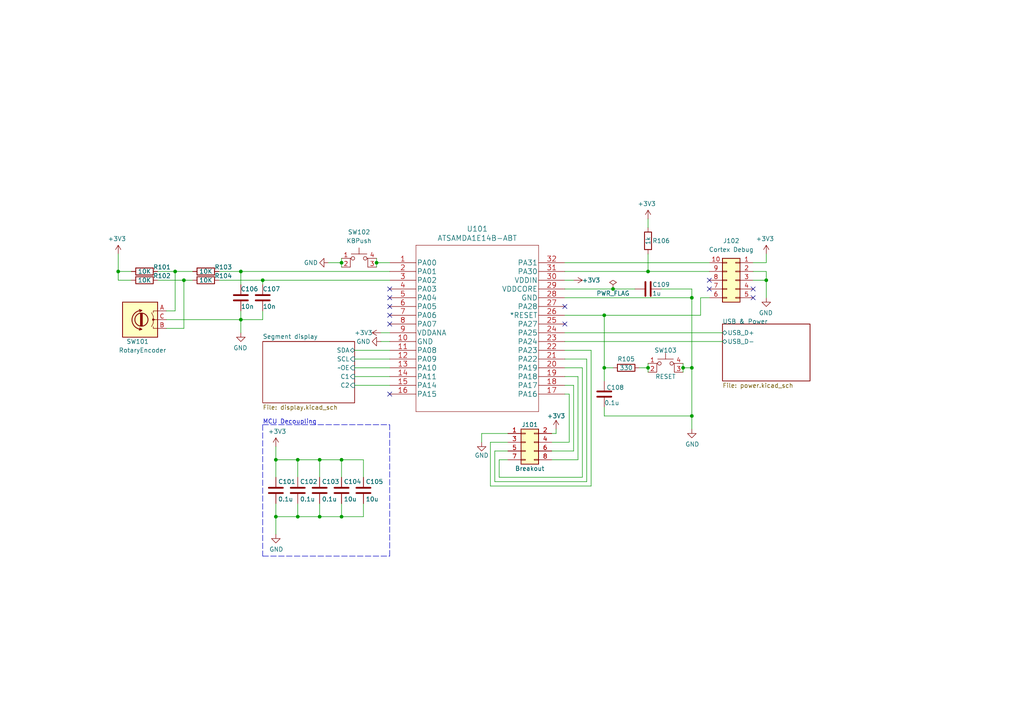
<source format=kicad_sch>
(kicad_sch (version 20211123) (generator eeschema)
  (paper "A4")
  (title_block (title "Rotary Keyboard") (rev "1") (comment 1 "Markus Wang Halvorsen"))
  (lib_symbols
    (symbol "Connector_Generic:Conn_02x04_Odd_Even" (pin_names (offset 1.016) hide)
      (property "Reference" "J" (at 1.27 5.08 0))
      (property "Value" "Conn_02x04_Odd_Even" (at 1.27 -7.62 0))
      (symbol "Conn_02x04_Odd_Even_1_1"
        (rectangle (start -1.27 -4.953) (end 0 -5.207) (stroke (width 0.1524)))
        (rectangle (start -1.27 -2.413) (end 0 -2.667) (stroke (width 0.1524)))
        (rectangle (start -1.27 0.127) (end 0 -0.127) (stroke (width 0.1524)))
        (rectangle (start -1.27 2.667) (end 0 2.413) (stroke (width 0.1524)))
        (rectangle (start -1.27 3.81) (end 3.81 -6.35) (stroke (width 0.254)) (fill (type background)))
        (rectangle (start 3.81 -4.953) (end 2.54 -5.207) (stroke (width 0.1524)))
        (rectangle (start 3.81 -2.413) (end 2.54 -2.667) (stroke (width 0.1524)))
        (rectangle (start 3.81 0.127) (end 2.54 -0.127) (stroke (width 0.1524)))
        (rectangle (start 3.81 2.667) (end 2.54 2.413) (stroke (width 0.1524)))
        (pin passive line (at -5.08 2.54 0) (length 3.81) (name "Pin_1") (number "1"))
        (pin passive line (at 7.62 2.54 180) (length 3.81) (name "Pin_2") (number "2"))
        (pin passive line (at -5.08 0 0) (length 3.81) (name "Pin_3") (number "3"))
        (pin passive line (at 7.62 0 180) (length 3.81) (name "Pin_4") (number "4"))
        (pin passive line (at -5.08 -2.54 0) (length 3.81) (name "Pin_5") (number "5"))
        (pin passive line (at 7.62 -2.54 180) (length 3.81) (name "Pin_6") (number "6"))
        (pin passive line (at -5.08 -5.08 0) (length 3.81) (name "Pin_7") (number "7"))
        (pin passive line (at 7.62 -5.08 180) (length 3.81) (name "Pin_8") (number "8"))
      )
    )
    (symbol "Connector_Generic:Conn_02x05_Counter_Clockwise" (pin_names (offset 1.016) hide)
      (property "Reference" "J" (at 1.27 7.62 0))
      (property "Value" "Conn_02x05_Counter_Clockwise" (at 1.27 -7.62 0))
      (symbol "Conn_02x05_Counter_Clockwise_1_1"
        (rectangle (start -1.27 -4.953) (end 0 -5.207) (stroke (width 0.1524)))
        (rectangle (start -1.27 -2.413) (end 0 -2.667) (stroke (width 0.1524)))
        (rectangle (start -1.27 0.127) (end 0 -0.127) (stroke (width 0.1524)))
        (rectangle (start -1.27 2.667) (end 0 2.413) (stroke (width 0.1524)))
        (rectangle (start -1.27 5.207) (end 0 4.953) (stroke (width 0.1524)))
        (rectangle (start -1.27 6.35) (end 3.81 -6.35) (stroke (width 0.254)) (fill (type background)))
        (rectangle (start 3.81 -4.953) (end 2.54 -5.207) (stroke (width 0.1524)))
        (rectangle (start 3.81 -2.413) (end 2.54 -2.667) (stroke (width 0.1524)))
        (rectangle (start 3.81 0.127) (end 2.54 -0.127) (stroke (width 0.1524)))
        (rectangle (start 3.81 2.667) (end 2.54 2.413) (stroke (width 0.1524)))
        (rectangle (start 3.81 5.207) (end 2.54 4.953) (stroke (width 0.1524)))
        (pin passive line (at -5.08 5.08 0) (length 3.81) (name "Pin_1") (number "1"))
        (pin passive line (at 7.62 5.08 180) (length 3.81) (name "Pin_10") (number "10"))
        (pin passive line (at -5.08 2.54 0) (length 3.81) (name "Pin_2") (number "2"))
        (pin passive line (at -5.08 0 0) (length 3.81) (name "Pin_3") (number "3"))
        (pin passive line (at -5.08 -2.54 0) (length 3.81) (name "Pin_4") (number "4"))
        (pin passive line (at -5.08 -5.08 0) (length 3.81) (name "Pin_5") (number "5"))
        (pin passive line (at 7.62 -5.08 180) (length 3.81) (name "Pin_6") (number "6"))
        (pin passive line (at 7.62 -2.54 180) (length 3.81) (name "Pin_7") (number "7"))
        (pin passive line (at 7.62 0 180) (length 3.81) (name "Pin_8") (number "8"))
        (pin passive line (at 7.62 2.54 180) (length 3.81) (name "Pin_9") (number "9"))
      )
    )
    (symbol "Device:C" (pin_numbers hide) (pin_names (offset 0.254))
      (property "Reference" "C" (at 0.635 2.54 0))
      (property "Value" "C" (at 0.635 -2.54 0))
      (symbol "C_0_1"
        (polyline (pts (xy -2.032 -0.762) (xy 2.032 -0.762)) (stroke (width 0.508)))
        (polyline (pts (xy -2.032 0.762) (xy 2.032 0.762)) (stroke (width 0.508)))
      )
      (symbol "C_1_1"
        (pin passive line (at 0 3.81 270) (length 2.794) (name "~") (number "1"))
        (pin passive line (at 0 -3.81 90) (length 2.794) (name "~") (number "2"))
      )
    )
    (symbol "Device:R" (pin_numbers hide) (pin_names (offset 0))
      (property "Reference" "R" (at 2.032 0 90))
      (property "Value" "R" (at 0 0 90))
      (symbol "R_0_1"
        (rectangle (start -1.016 -2.54) (end 1.016 2.54) (stroke (width 0.254)))
      )
      (symbol "R_1_1"
        (pin passive line (at 0 3.81 270) (length 1.27) (name "~") (number "1"))
        (pin passive line (at 0 -3.81 90) (length 1.27) (name "~") (number "2"))
      )
    )
    (symbol "Device:Rotary_Encoder" (pin_names (offset 0.254) hide)
      (property "Reference" "SW" (at 0 6.604 0))
      (property "Value" "Device_Rotary_Encoder" (at 0 -6.604 0))
      (symbol "Rotary_Encoder_0_1"
        (rectangle (start -5.08 5.08) (end 5.08 -5.08) (stroke (width 0.254)) (fill (type background)))
        (circle (center -3.81 0) (radius 0.254) (fill (type outline)))
        (arc (start -0.381 -2.794) (mid 2.3622 -0.0635) (end -0.381 2.667) (stroke (width 0.254)))
        (circle (center -0.381 0) (radius 1.905) (stroke (width 0.254)))
        (polyline (pts (xy -0.635 -1.778) (xy -0.635 1.778)) (stroke (width 0.254)))
        (polyline (pts (xy -0.381 -1.778) (xy -0.381 1.778)) (stroke (width 0.254)))
        (polyline (pts (xy -0.127 1.778) (xy -0.127 -1.778)) (stroke (width 0.254)))
        (polyline (pts (xy -5.08 -2.54) (xy -3.81 -2.54) (xy -3.81 -2.032)))
        (polyline (pts (xy -5.08 2.54) (xy -3.81 2.54) (xy -3.81 2.032)))
        (polyline (pts (xy 0.254 -3.048) (xy -0.508 -2.794) (xy 0.127 -2.413)) (stroke (width 0.254)))
        (polyline (pts (xy 0.254 2.921) (xy -0.508 2.667) (xy 0.127 2.286)) (stroke (width 0.254)))
        (polyline (pts (xy -5.08 0) (xy -3.81 0) (xy -3.81 -1.016) (xy -3.302 -2.032)))
        (polyline (pts (xy -4.318 0) (xy -3.81 0) (xy -3.81 1.016) (xy -3.302 2.032)))
      )
      (symbol "Rotary_Encoder_1_1"
        (pin passive line (at -7.62 2.54 0) (length 2.54) (name "A") (number "A"))
        (pin passive line (at -7.62 -2.54 0) (length 2.54) (name "B") (number "B"))
        (pin passive line (at -7.62 0 0) (length 2.54) (name "C") (number "C"))
      )
    )
    (symbol "Switch:SW_MEC_5E" (pin_names (offset 1.016) hide)
      (property "Reference" "SW" (at 0.635 5.715 0))
      (property "Value" "SW_MEC_5E" (at 0 -3.175 0))
      (symbol "SW_MEC_5E_0_1"
        (circle (center -1.778 2.54) (radius 0.508))
        (polyline (pts (xy -2.286 3.81) (xy 2.286 3.81)))
        (polyline (pts (xy 0 3.81) (xy 0 5.588)))
        (polyline (pts (xy -2.54 0) (xy -2.54 2.54) (xy -2.286 2.54)))
        (polyline (pts (xy 2.54 0) (xy 2.54 2.54) (xy 2.286 2.54)))
        (circle (center 1.778 2.54) (radius 0.508))
        (pin passive line (at -5.08 2.54 0) (length 2.54) (name "1") (number "1"))
        (pin passive line (at -5.08 0 0) (length 2.54) (name "2") (number "2"))
        (pin passive line (at 5.08 0 180) (length 2.54) (name "K") (number "3"))
        (pin passive line (at 5.08 2.54 180) (length 2.54) (name "A") (number "4"))
      )
    )
    (symbol "atsamda1e14b-abt:ATSAMDA1E14B-ABT" (pin_names (offset 0.254))
      (property "Reference" "U" (at 25.4 10.16 0))
      (property "Value" "ATSAMDA1E14B-ABT" (at 25.4 7.62 0))
      (symbol "ATSAMDA1E14B-ABT_1_1"
        (polyline (pts (xy 7.62 -43.18) (xy 43.18 -43.18)) (stroke (width 0.127)))
        (polyline (pts (xy 7.62 5.08) (xy 7.62 -43.18)) (stroke (width 0.127)))
        (polyline (pts (xy 43.18 -43.18) (xy 43.18 5.08)) (stroke (width 0.127)))
        (polyline (pts (xy 43.18 5.08) (xy 7.62 5.08)) (stroke (width 0.127)))
        (pin bidirectional line (at 0 0 0) (length 7.62) (name "PA00") (number "1"))
        (pin power_in line (at 0 -22.86 0) (length 7.62) (name "GND") (number "10"))
        (pin bidirectional line (at 0 -25.4 0) (length 7.62) (name "PA08") (number "11"))
        (pin bidirectional line (at 0 -27.94 0) (length 7.62) (name "PA09") (number "12"))
        (pin bidirectional line (at 0 -30.48 0) (length 7.62) (name "PA10") (number "13"))
        (pin bidirectional line (at 0 -33.02 0) (length 7.62) (name "PA11") (number "14"))
        (pin bidirectional line (at 0 -35.56 0) (length 7.62) (name "PA14") (number "15"))
        (pin bidirectional line (at 0 -38.1 0) (length 7.62) (name "PA15") (number "16"))
        (pin bidirectional line (at 50.8 -38.1 180) (length 7.62) (name "PA16") (number "17"))
        (pin bidirectional line (at 50.8 -35.56 180) (length 7.62) (name "PA17") (number "18"))
        (pin bidirectional line (at 50.8 -33.02 180) (length 7.62) (name "PA18") (number "19"))
        (pin bidirectional line (at 0 -2.54 0) (length 7.62) (name "PA01") (number "2"))
        (pin bidirectional line (at 50.8 -30.48 180) (length 7.62) (name "PA19") (number "20"))
        (pin bidirectional line (at 50.8 -27.94 180) (length 7.62) (name "PA22") (number "21"))
        (pin bidirectional line (at 50.8 -25.4 180) (length 7.62) (name "PA23") (number "22"))
        (pin bidirectional line (at 50.8 -22.86 180) (length 7.62) (name "PA24") (number "23"))
        (pin bidirectional line (at 50.8 -20.32 180) (length 7.62) (name "PA25") (number "24"))
        (pin bidirectional line (at 50.8 -17.78 180) (length 7.62) (name "PA27") (number "25"))
        (pin unspecified line (at 50.8 -15.24 180) (length 7.62) (name "*RESET") (number "26"))
        (pin bidirectional line (at 50.8 -12.7 180) (length 7.62) (name "PA28") (number "27"))
        (pin power_in line (at 50.8 -10.16 180) (length 7.62) (name "GND") (number "28"))
        (pin power_in line (at 50.8 -7.62 180) (length 7.62) (name "VDDCORE") (number "29"))
        (pin bidirectional line (at 0 -5.08 0) (length 7.62) (name "PA02") (number "3"))
        (pin power_in line (at 50.8 -5.08 180) (length 7.62) (name "VDDIN") (number "30"))
        (pin bidirectional line (at 50.8 -2.54 180) (length 7.62) (name "PA30") (number "31"))
        (pin bidirectional line (at 50.8 0 180) (length 7.62) (name "PA31") (number "32"))
        (pin bidirectional line (at 0 -7.62 0) (length 7.62) (name "PA03") (number "4"))
        (pin bidirectional line (at 0 -10.16 0) (length 7.62) (name "PA04") (number "5"))
        (pin bidirectional line (at 0 -12.7 0) (length 7.62) (name "PA05") (number "6"))
        (pin bidirectional line (at 0 -15.24 0) (length 7.62) (name "PA06") (number "7"))
        (pin bidirectional line (at 0 -17.78 0) (length 7.62) (name "PA07") (number "8"))
        (pin power_in line (at 0 -20.32 0) (length 7.62) (name "VDDANA") (number "9"))
      )
    )
    (symbol "power:+3V3" (power) (pin_names (offset 0))
      (property "Value" "+3V3" (at 0 3.556 0))
      (symbol "+3V3_0_1"
        (polyline (pts (xy -0.762 1.27) (xy 0 2.54)))
        (polyline (pts (xy 0 0) (xy 0 2.54)))
        (polyline (pts (xy 0 2.54) (xy 0.762 1.27)))
      )
      (symbol "+3V3_1_1"
        (pin power_in line (at 0 0 90) (length 0) hide (name "+3V3") (number "1"))
      )
    )
    (symbol "power:GND" (power) (pin_names (offset 0))
      (property "Value" "GND" (at 0 -3.81 0))
      (symbol "GND_0_1"
        (polyline (pts (xy 0 0) (xy 0 -1.27) (xy 1.27 -1.27) (xy 0 -2.54) (xy -1.27 -1.27) (xy 0 -1.27)))
      )
      (symbol "GND_1_1"
        (pin power_in line (at 0 0 270) (length 0) hide (name "GND") (number "1"))
      )
    )
    (symbol "power:PWR_FLAG" (power) (pin_numbers hide) (pin_names (offset 0) hide)
      (property "Value" "PWR_FLAG" (at 0 3.81 0))
      (symbol "PWR_FLAG_0_0"
        (pin power_out line (at 0 0 90) (length 0) (name "pwr") (number "1"))
      )
      (symbol "PWR_FLAG_0_1"
        (polyline (pts (xy 0 0) (xy 0 1.27) (xy -1.016 1.905) (xy 0 2.54) (xy 1.016 1.905) (xy 0 1.27)))
      )
    )
  )
  (junction (at 177.8 83.82))
  (junction (at 86.36 149.86))
  (junction (at 69.85 78.74))
  (junction (at 69.85 92.71))
  (junction (at 200.66 106.68))
  (junction (at 50.8 78.74))
  (junction (at 80.01 149.86))
  (junction (at 222.25 81.28))
  (junction (at 99.06 76.2))
  (junction (at 99.06 133.35))
  (junction (at 76.2 81.28))
  (junction (at 34.29 78.74))
  (junction (at 200.66 120.65))
  (junction (at 92.71 133.35))
  (junction (at 86.36 133.35))
  (junction (at 187.96 78.74))
  (junction (at 175.26 106.68))
  (junction (at 200.66 86.36))
  (junction (at 92.71 149.86))
  (junction (at 80.01 133.35))
  (junction (at 109.22 76.2))
  (junction (at 175.26 91.44))
  (junction (at 198.12 106.68))
  (junction (at 53.34 81.28))
  (junction (at 187.96 106.68))
  (junction (at 99.06 149.86))
  (no_connect (at 113.03 91.44))
  (no_connect (at 113.03 93.98))
  (no_connect (at 113.03 83.82))
  (no_connect (at 113.03 86.36))
  (no_connect (at 113.03 88.9))
  (no_connect (at 113.03 114.3))
  (no_connect (at 218.44 83.82))
  (no_connect (at 218.44 86.36))
  (no_connect (at 205.74 83.82))
  (no_connect (at 205.74 81.28))
  (no_connect (at 163.83 93.98))
  (no_connect (at 163.83 88.9))
  (wire (pts (xy 102.87 111.76) (xy 113.03 111.76)))
  (wire (pts (xy 200.66 120.65) (xy 200.66 124.46)))
  (wire (pts (xy 76.2 81.28) (xy 76.2 82.55)))
  (wire (pts (xy 167.64 133.35) (xy 160.02 133.35)))
  (wire (pts (xy 69.85 92.71) (xy 48.26 92.71)))
  (wire (pts (xy 142.24 140.97) (xy 142.24 128.27)))
  (wire (pts (xy 163.83 106.68) (xy 168.91 106.68)))
  (wire (pts (xy 69.85 92.71) (xy 69.85 90.17)))
  (wire (pts (xy 175.26 106.68) (xy 175.26 110.49)))
  (wire (pts (xy 175.26 91.44) (xy 203.2 91.44)))
  (wire (pts (xy 187.96 106.68) (xy 187.96 107.95)))
  (wire (pts (xy 222.25 76.2) (xy 222.25 73.66)))
  (wire (pts (xy 69.85 78.74) (xy 69.85 82.55)))
  (wire (pts (xy 187.96 63.5) (xy 187.96 66.04)))
  (wire (pts (xy 175.26 91.44) (xy 175.26 106.68)))
  (wire (pts (xy 144.78 133.35) (xy 147.32 133.35)))
  (wire (pts (xy 163.83 101.6) (xy 171.45 101.6)))
  (wire (pts (xy 166.37 111.76) (xy 166.37 130.81)))
  (wire (pts (xy 109.22 77.47) (xy 109.22 76.2)))
  (wire (pts (xy 69.85 78.74) (xy 63.5 78.74)))
  (wire (pts (xy 86.36 133.35) (xy 80.01 133.35)))
  (wire (pts (xy 143.51 139.7) (xy 143.51 130.81)))
  (wire (pts (xy 48.26 90.17) (xy 50.8 90.17)))
  (wire (pts (xy 92.71 133.35) (xy 92.71 138.43)))
  (wire (pts (xy 200.66 83.82) (xy 191.77 83.82)))
  (wire (pts (xy 168.91 138.43) (xy 144.78 138.43)))
  (wire (pts (xy 144.78 138.43) (xy 144.78 133.35)))
  (wire (pts (xy 171.45 101.6) (xy 171.45 140.97)))
  (wire (pts (xy 222.25 81.28) (xy 218.44 81.28)))
  (wire (pts (xy 163.83 114.3) (xy 165.1 114.3)))
  (wire (pts (xy 167.64 109.22) (xy 167.64 133.35)))
  (wire (pts (xy 105.41 149.86) (xy 99.06 149.86)))
  (wire (pts (xy 163.83 99.06) (xy 209.55 99.06)))
  (wire (pts (xy 92.71 149.86) (xy 99.06 149.86)))
  (wire (pts (xy 160.02 125.73) (xy 161.29 125.73)))
  (wire (pts (xy 222.25 81.28) (xy 222.25 86.36)))
  (wire (pts (xy 86.36 149.86) (xy 80.01 149.86)))
  (wire (pts (xy 163.83 91.44) (xy 175.26 91.44)))
  (wire (pts (xy 187.96 78.74) (xy 205.74 78.74)))
  (wire (pts (xy 198.12 106.68) (xy 200.66 106.68)))
  (wire (pts (xy 200.66 83.82) (xy 200.66 86.36)))
  (wire (pts (xy 50.8 78.74) (xy 45.72 78.74)))
  (wire (pts (xy 53.34 81.28) (xy 45.72 81.28)))
  (wire (pts (xy 102.87 101.6) (xy 113.03 101.6)))
  (wire (pts (xy 76.2 81.28) (xy 113.03 81.28)))
  (wire (pts (xy 76.2 92.71) (xy 69.85 92.71)))
  (wire (pts (xy 69.85 92.71) (xy 69.85 96.52)))
  (wire (pts (xy 69.85 78.74) (xy 113.03 78.74)))
  (wire (pts (xy 198.12 106.68) (xy 198.12 107.95)))
  (wire (pts (xy 203.2 91.44) (xy 203.2 86.36)))
  (wire (pts (xy 163.83 109.22) (xy 167.64 109.22)))
  (wire (pts (xy 80.01 149.86) (xy 80.01 146.05)))
  (wire (pts (xy 34.29 81.28) (xy 34.29 78.74)))
  (wire (pts (xy 222.25 78.74) (xy 222.25 81.28)))
  (wire (pts (xy 53.34 95.25) (xy 48.26 95.25)))
  (wire (pts (xy 99.06 133.35) (xy 99.06 138.43)))
  (wire (pts (xy 139.7 125.73) (xy 147.32 125.73)))
  (wire (pts (xy 86.36 146.05) (xy 86.36 149.86)))
  (polyline (pts (xy 76.2 123.19) (xy 113.03 123.19)))
  (wire (pts (xy 185.42 106.68) (xy 187.96 106.68)))
  (wire (pts (xy 86.36 133.35) (xy 86.36 138.43)))
  (wire (pts (xy 177.8 83.82) (xy 184.15 83.82)))
  (wire (pts (xy 200.66 106.68) (xy 200.66 120.65)))
  (wire (pts (xy 76.2 90.17) (xy 76.2 92.71)))
  (wire (pts (xy 168.91 106.68) (xy 168.91 138.43)))
  (wire (pts (xy 166.37 130.81) (xy 160.02 130.81)))
  (wire (pts (xy 99.06 74.93) (xy 99.06 76.2)))
  (wire (pts (xy 163.83 86.36) (xy 200.66 86.36)))
  (wire (pts (xy 203.2 86.36) (xy 205.74 86.36)))
  (wire (pts (xy 38.1 81.28) (xy 34.29 81.28)))
  (wire (pts (xy 109.22 76.2) (xy 113.03 76.2)))
  (wire (pts (xy 171.45 140.97) (xy 142.24 140.97)))
  (wire (pts (xy 175.26 106.68) (xy 177.8 106.68)))
  (wire (pts (xy 163.83 76.2) (xy 205.74 76.2)))
  (wire (pts (xy 163.83 96.52) (xy 209.55 96.52)))
  (wire (pts (xy 200.66 86.36) (xy 200.66 106.68)))
  (wire (pts (xy 163.83 83.82) (xy 177.8 83.82)))
  (wire (pts (xy 99.06 77.47) (xy 99.06 76.2)))
  (wire (pts (xy 110.49 99.06) (xy 113.03 99.06)))
  (wire (pts (xy 92.71 133.35) (xy 99.06 133.35)))
  (wire (pts (xy 165.1 114.3) (xy 165.1 128.27)))
  (wire (pts (xy 166.37 81.28) (xy 163.83 81.28)))
  (polyline (pts (xy 76.2 123.19) (xy 76.2 161.29)))
  (wire (pts (xy 34.29 78.74) (xy 34.29 73.66)))
  (wire (pts (xy 102.87 109.22) (xy 113.03 109.22)))
  (wire (pts (xy 105.41 133.35) (xy 99.06 133.35)))
  (wire (pts (xy 80.01 133.35) (xy 80.01 129.54)))
  (wire (pts (xy 50.8 78.74) (xy 50.8 90.17)))
  (wire (pts (xy 63.5 81.28) (xy 76.2 81.28)))
  (wire (pts (xy 163.83 104.14) (xy 170.18 104.14)))
  (wire (pts (xy 80.01 154.94) (xy 80.01 149.86)))
  (wire (pts (xy 175.26 120.65) (xy 200.66 120.65)))
  (polyline (pts (xy 76.2 161.29) (xy 113.03 161.29)))
  (wire (pts (xy 80.01 133.35) (xy 80.01 138.43)))
  (wire (pts (xy 95.25 76.2) (xy 99.06 76.2)))
  (wire (pts (xy 102.87 104.14) (xy 113.03 104.14)))
  (wire (pts (xy 109.22 74.93) (xy 109.22 76.2)))
  (wire (pts (xy 187.96 73.66) (xy 187.96 78.74)))
  (wire (pts (xy 143.51 130.81) (xy 147.32 130.81)))
  (wire (pts (xy 38.1 78.74) (xy 34.29 78.74)))
  (wire (pts (xy 163.83 78.74) (xy 187.96 78.74)))
  (wire (pts (xy 163.83 111.76) (xy 166.37 111.76)))
  (wire (pts (xy 110.49 96.52) (xy 113.03 96.52)))
  (wire (pts (xy 165.1 128.27) (xy 160.02 128.27)))
  (wire (pts (xy 175.26 118.11) (xy 175.26 120.65)))
  (wire (pts (xy 102.87 106.68) (xy 113.03 106.68)))
  (wire (pts (xy 92.71 133.35) (xy 86.36 133.35)))
  (wire (pts (xy 218.44 76.2) (xy 222.25 76.2)))
  (wire (pts (xy 99.06 149.86) (xy 99.06 146.05)))
  (wire (pts (xy 161.29 124.46) (xy 161.29 125.73)))
  (polyline (pts (xy 113.03 161.29) (xy 113.03 123.19)))
  (wire (pts (xy 170.18 139.7) (xy 143.51 139.7)))
  (wire (pts (xy 55.88 78.74) (xy 50.8 78.74)))
  (wire (pts (xy 142.24 128.27) (xy 147.32 128.27)))
  (wire (pts (xy 139.7 128.27) (xy 139.7 125.73)))
  (wire (pts (xy 53.34 81.28) (xy 53.34 95.25)))
  (wire (pts (xy 218.44 78.74) (xy 222.25 78.74)))
  (wire (pts (xy 92.71 146.05) (xy 92.71 149.86)))
  (wire (pts (xy 187.96 105.41) (xy 187.96 106.68)))
  (wire (pts (xy 105.41 138.43) (xy 105.41 133.35)))
  (wire (pts (xy 198.12 105.41) (xy 198.12 106.68)))
  (wire (pts (xy 105.41 146.05) (xy 105.41 149.86)))
  (wire (pts (xy 170.18 104.14) (xy 170.18 139.7)))
  (wire (pts (xy 53.34 81.28) (xy 55.88 81.28)))
  (wire (pts (xy 86.36 149.86) (xy 92.71 149.86)))
  (text "MCU Decoupling" (at 76.2 123.19 0) (effects (font (size 1.27 1.27)) (justify left bottom)))
  (symbol (lib_id "Device:Rotary_Encoder") (at 40.64 92.71 0) (mirror y) (unit 1)
    (property "Reference" "SW101" (at 43.18 99.06 0) (effects (justify left)))
    (property "Value" "RotaryEncoder" (at 48.26 101.6 0) (effects (justify left)))
    (property "Footprint" "EVQV6:EVQV6" (effects hide))
    (property "Datasheet" "https://industrial.panasonic.com/cdbs/www-data/pdf/ATC0000/ATC0000C25.pdf" (effects hide))
    (property "DK" "https://www.digikey.no/en/products/detail/panasonic-electronic-components/EVQ-V6G02115B/8567333" (effects hide))
  )
  (symbol (lib_id "atsamda1e14b-abt:ATSAMDA1E14B-ABT") (at 113.03 76.2 0) (unit 1)
    (property "Reference" "U101" (at 138.43 66.3702 0) (effects (font (size 1.524 1.524))))
    (property "Value" "ATSAMDA1E14B-ABT" (at 138.43 69.0626 0) (effects (font (size 1.524 1.524))))
    (property "Footprint" "Package_QFP:TQFP-32_7x7mm_P0.8mm" (effects hide))
    (property "Datasheet" "https://ww1.microchip.com/downloads/en/DeviceDoc/40001895A.pdf" (effects hide))
    (property "DK" "https://www.digikey.no/no/products/detail/microchip-technology/ATSAMDA1E14B-ABT/7559394" (effects hide))
  )
  (symbol (lib_id "Device:C") (at 86.36 142.24 0) (unit 1)
    (property "Reference" "C102" (at 86.995 139.7 0) (effects (justify left)))
    (property "Value" "0.1u" (at 86.995 144.78 0) (effects (justify left)))
    (property "Footprint" "Capacitor_SMD:C_0805_2012Metric" (effects hide))
  )
  (symbol (lib_id "power:GND") (at 200.66 124.46 0) (unit 1)
    (property "Reference" "#PWR0112" (effects hide))
    (property "Value" "GND" (at 200.787 128.8542 0))
  )
  (symbol (lib_id "power:+3V3") (at 166.37 81.28 270) (unit 1)
    (property "Reference" "#PWR0110" (effects hide))
    (property "Value" "+3V3" (at 171.45 81.28 90))
  )
  (symbol (lib_id "power:+3V3") (at 110.49 96.52 90) (unit 1)
    (property "Reference" "#PWR0108" (effects hide))
    (property "Value" "+3V3" (at 105.41 96.52 90))
  )
  (symbol (lib_id "power:GND") (at 110.49 99.06 270) (unit 1)
    (property "Reference" "#PWR0109" (effects hide))
    (property "Value" "GND" (at 105.41 99.06 90))
  )
  (symbol (lib_id "Device:C") (at 80.01 142.24 0) (unit 1)
    (property "Reference" "C101" (at 80.645 139.7 0) (effects (justify left)))
    (property "Value" "0.1u" (at 80.645 144.78 0) (effects (justify left)))
    (property "Footprint" "Capacitor_SMD:C_0805_2012Metric" (effects hide))
  )
  (symbol (lib_id "Device:C") (at 99.06 142.24 0) (unit 1)
    (property "Reference" "C104" (at 99.695 139.7 0) (effects (justify left)))
    (property "Value" "10u" (at 99.695 144.78 0) (effects (justify left)))
    (property "Footprint" "Capacitor_SMD:C_0805_2012Metric" (effects hide))
  )
  (symbol (lib_id "power:+3V3") (at 80.01 129.54 0) (unit 1)
    (property "Reference" "#PWR0102" (effects hide))
    (property "Value" "+3V3" (at 80.391 125.1458 0))
  )
  (symbol (lib_id "power:GND") (at 80.01 154.94 0) (unit 1)
    (property "Reference" "#PWR0103" (effects hide))
    (property "Value" "GND" (at 80.137 159.3342 0))
  )
  (symbol (lib_id "power:GND") (at 222.25 86.36 0) (mirror y) (unit 1)
    (property "Reference" "#PWR0114" (effects hide))
    (property "Value" "GND" (at 222.123 90.7542 0))
  )
  (symbol (lib_id "Switch:SW_MEC_5E") (at 104.14 77.47 0) (unit 1)
    (property "Reference" "SW102" (at 104.14 67.31 0))
    (property "Value" "KBPush" (at 104.14 69.85 0))
    (property "Footprint" "TL3305A:SW_SPST_TL3305A" (effects hide))
    (property "Datasheet" "https://sten-eswitch-13110800-production.s3.amazonaws.com/system/asset/product_line/data_sheet/213/TL3305.pdf" (effects hide))
  )
  (symbol (lib_id "Device:C") (at 187.96 83.82 90) (unit 1)
    (property "Reference" "C109" (at 194.31 82.55 90) (effects (justify left)))
    (property "Value" "1u" (at 191.77 85.09 90) (effects (justify left)))
    (property "Footprint" "Capacitor_SMD:C_0805_2012Metric" (effects hide))
  )
  (symbol (lib_id "power:+3V3") (at 161.29 124.46 0) (unit 1)
    (property "Reference" "#PWR0106" (effects hide))
    (property "Value" "+3V3" (at 161.29 120.65 0))
  )
  (symbol (lib_id "Device:C") (at 92.71 142.24 0) (unit 1)
    (property "Reference" "C103" (at 93.345 139.7 0) (effects (justify left)))
    (property "Value" "0.1u" (at 93.345 144.78 0) (effects (justify left)))
    (property "Footprint" "Capacitor_SMD:C_0805_2012Metric" (effects hide))
  )
  (symbol (lib_id "Device:R") (at 187.96 69.85 0) (mirror x) (unit 1)
    (property "Reference" "R106" (at 191.77 69.85 0))
    (property "Value" "1k" (at 187.96 69.85 90))
    (property "Footprint" "Resistor_SMD:R_0805_2012Metric" (effects hide))
  )
  (symbol (lib_id "power:+3V3") (at 222.25 73.66 0) (mirror y) (unit 1)
    (property "Reference" "#PWR0113" (effects hide))
    (property "Value" "+3V3" (at 221.869 69.2658 0))
  )
  (symbol (lib_id "power:GND") (at 139.7 128.27 0) (unit 1)
    (property "Reference" "#PWR0107" (effects hide))
    (property "Value" "GND" (at 139.7 132.08 0))
  )
  (symbol (lib_id "Device:C") (at 76.2 86.36 0) (mirror y) (unit 1)
    (property "Reference" "C107" (at 81.28 83.82 0) (effects (justify left)))
    (property "Value" "10n" (at 80.01 88.9 0) (effects (justify left)))
    (property "Footprint" "Capacitor_SMD:C_0805_2012Metric" (effects hide))
  )
  (symbol (lib_id "Device:R") (at 181.61 106.68 90) (mirror x) (unit 1)
    (property "Reference" "R105" (at 181.61 104.14 90))
    (property "Value" "330" (at 181.61 106.68 90))
    (property "Footprint" "Resistor_SMD:R_0805_2012Metric" (effects hide))
  )
  (symbol (lib_id "Connector_Generic:Conn_02x04_Odd_Even") (at 152.4 128.27 0) (unit 1)
    (property "Reference" "J101" (at 153.67 123.19 0))
    (property "Value" "Breakout" (at 153.67 135.89 0))
    (property "Footprint" "Connector_PinHeader_1.27mm:PinHeader_2x04_P1.27mm_Vertical" (effects hide))
  )
  (symbol (lib_id "Switch:SW_MEC_5E") (at 193.04 107.95 0) (unit 1)
    (property "Reference" "SW103" (at 193.04 101.6 0))
    (property "Value" "RESET" (at 193.04 109.22 0))
    (property "Footprint" "TL3305A:SW_SPST_TL3305A" (effects hide))
    (property "Datasheet" "https://sten-eswitch-13110800-production.s3.amazonaws.com/system/asset/product_line/data_sheet/213/TL3305.pdf" (effects hide))
  )
  (symbol (lib_id "Device:C") (at 175.26 114.3 0) (unit 1)
    (property "Reference" "C108" (at 175.895 112.395 0) (effects (justify left)))
    (property "Value" "0.1u" (at 175.26 116.84 0) (effects (justify left)))
    (property "Footprint" "Capacitor_SMD:C_0805_2012Metric" (effects hide))
  )
  (symbol (lib_id "power:+3V3") (at 187.96 63.5 0) (mirror y) (unit 1)
    (property "Reference" "#PWR0111" (effects hide))
    (property "Value" "+3V3" (at 187.579 59.1058 0))
  )
  (symbol (lib_id "Device:C") (at 105.41 142.24 0) (unit 1)
    (property "Reference" "C105" (at 106.045 139.7 0) (effects (justify left)))
    (property "Value" "10u" (at 106.045 144.78 0) (effects (justify left)))
    (property "Footprint" "Capacitor_SMD:C_0805_2012Metric" (effects hide))
  )
  (symbol (lib_id "power:+3V3") (at 34.29 73.66 0) (mirror y) (unit 1)
    (property "Reference" "#PWR0101" (effects hide))
    (property "Value" "+3V3" (at 33.909 69.2658 0))
  )
  (symbol (lib_id "Connector_Generic:Conn_02x05_Counter_Clockwise") (at 213.36 81.28 0) (mirror y) (unit 1)
    (property "Reference" "J102" (at 212.09 69.85 0))
    (property "Value" "Cortex Debug" (at 212.09 72.39 0))
    (property "Footprint" "Connector_PinHeader_1.27mm:PinHeader_2x05_P1.27mm_Vertical" (effects hide))
  )
  (symbol (lib_id "Device:C") (at 69.85 86.36 0) (mirror y) (unit 1)
    (property "Reference" "C106" (at 74.93 83.82 0) (effects (justify left)))
    (property "Value" "10n" (at 73.66 88.9 0) (effects (justify left)))
    (property "Footprint" "Capacitor_SMD:C_0805_2012Metric" (effects hide))
  )
  (symbol (lib_id "power:GND") (at 69.85 96.52 0) (mirror y) (unit 1)
    (property "Reference" "#PWR0104" (effects hide))
    (property "Value" "GND" (at 69.723 100.9142 0))
  )
  (symbol (lib_id "power:PWR_FLAG") (at 177.8 83.82 0) (unit 1)
    (property "Reference" "#FLG0102" (effects hide))
    (property "Value" "PWR_FLAG" (at 177.8 85.09 0))
  )
  (symbol (lib_id "power:GND") (at 95.25 76.2 270) (unit 1)
    (property "Reference" "#PWR0105" (effects hide))
    (property "Value" "GND" (at 90.17 76.2 90))
  )
  (symbol (lib_id "Device:R") (at 59.69 78.74 90) (mirror x) (unit 1)
    (property "Reference" "R103" (at 64.77 77.47 90))
    (property "Value" "10K" (at 59.69 78.74 90))
    (property "Footprint" "Resistor_SMD:R_0805_2012Metric" (effects hide))
  )
  (symbol (lib_id "Device:R") (at 41.91 78.74 90) (mirror x) (unit 1)
    (property "Reference" "R101" (at 46.99 77.47 90))
    (property "Value" "10K" (at 41.91 78.74 90))
    (property "Footprint" "Resistor_SMD:R_0805_2012Metric" (effects hide))
  )
  (symbol (lib_id "Device:R") (at 41.91 81.28 90) (mirror x) (unit 1)
    (property "Reference" "R102" (at 46.99 80.01 90))
    (property "Value" "10K" (at 41.91 81.28 90))
    (property "Footprint" "Resistor_SMD:R_0805_2012Metric" (effects hide))
  )
  (symbol (lib_id "Device:R") (at 59.69 81.28 90) (mirror x) (unit 1)
    (property "Reference" "R104" (at 64.77 80.01 90))
    (property "Value" "10K" (at 59.69 81.28 90))
    (property "Footprint" "Resistor_SMD:R_0805_2012Metric" (effects hide))
  )
  (sheet (at 209.55 93.98) (size 25.4 16.51) (stroke (width 0.1524))
    (property "Sheet name" "USB & Power" (at 209.55 93.98 0) (effects (justify left bottom)))
    (property "Sheet file" "power.kicad_sch" (at 209.55 111.0746 0) (effects (justify left top)))
    (pin "USB_D-" bidirectional (at 209.55 99.06 180))
    (pin "USB_D+" bidirectional (at 209.55 96.52 180))
  )
  (sheet (at 76.2 99.06) (size 26.67 17.78) (stroke (width 0.1524))
    (property "Sheet name" "Segment display" (at 76.2 98.3484 0) (effects (justify left bottom)))
    (property "Sheet file" "display.kicad_sch" (at 76.2 117.4246 0) (effects (justify left top)))
    (pin "C1" input (at 102.87 109.22 0))
    (pin "C2" input (at 102.87 111.76 0))
    (pin "SCL" input (at 102.87 104.14 0))
    (pin "~OE" input (at 102.87 106.68 0))
    (pin "SDA" bidirectional (at 102.87 101.6 0))
  )
)
</source>
